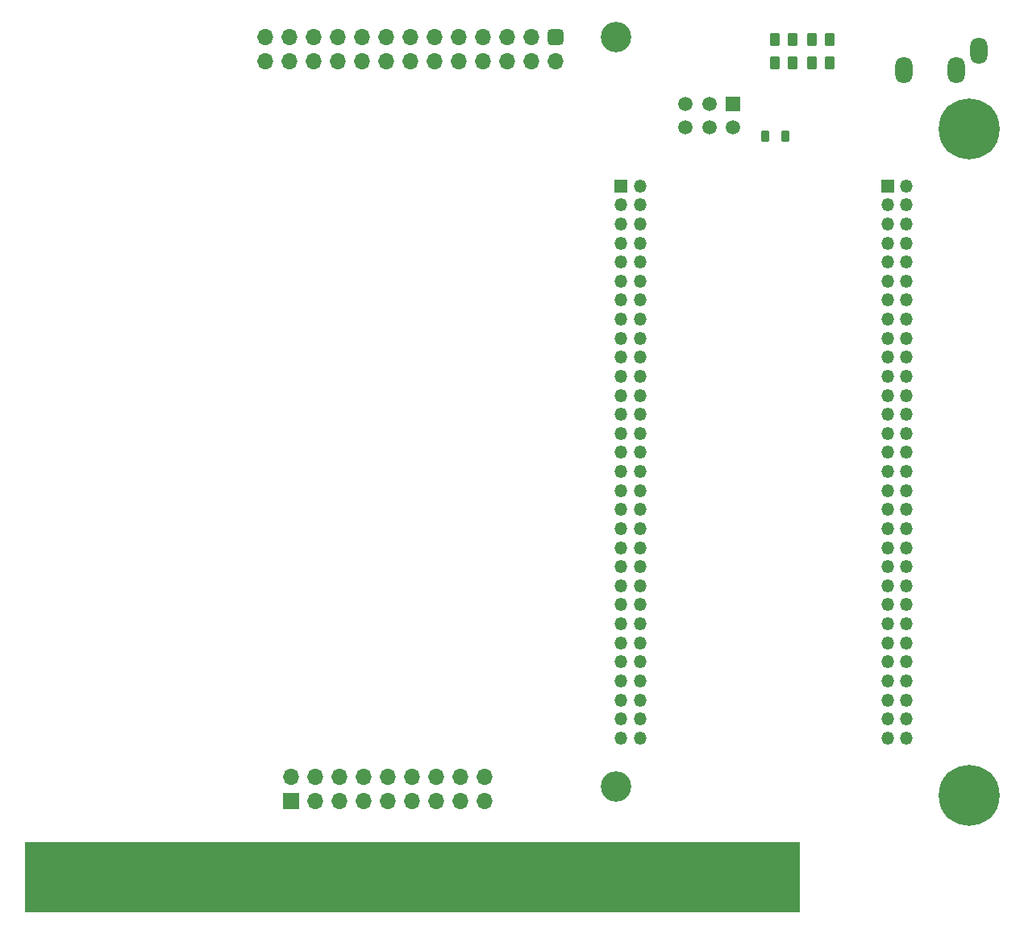
<source format=gbr>
%TF.GenerationSoftware,KiCad,Pcbnew,7.0.5-0*%
%TF.CreationDate,2023-07-02T00:05:15-05:00*%
%TF.ProjectId,ISA adapter,49534120-6164-4617-9074-65722e6b6963,rev?*%
%TF.SameCoordinates,Original*%
%TF.FileFunction,Soldermask,Top*%
%TF.FilePolarity,Negative*%
%FSLAX46Y46*%
G04 Gerber Fmt 4.6, Leading zero omitted, Abs format (unit mm)*
G04 Created by KiCad (PCBNEW 7.0.5-0) date 2023-07-02 00:05:15*
%MOMM*%
%LPD*%
G01*
G04 APERTURE LIST*
G04 Aperture macros list*
%AMRoundRect*
0 Rectangle with rounded corners*
0 $1 Rounding radius*
0 $2 $3 $4 $5 $6 $7 $8 $9 X,Y pos of 4 corners*
0 Add a 4 corners polygon primitive as box body*
4,1,4,$2,$3,$4,$5,$6,$7,$8,$9,$2,$3,0*
0 Add four circle primitives for the rounded corners*
1,1,$1+$1,$2,$3*
1,1,$1+$1,$4,$5*
1,1,$1+$1,$6,$7*
1,1,$1+$1,$8,$9*
0 Add four rect primitives between the rounded corners*
20,1,$1+$1,$2,$3,$4,$5,0*
20,1,$1+$1,$4,$5,$6,$7,0*
20,1,$1+$1,$6,$7,$8,$9,0*
20,1,$1+$1,$8,$9,$2,$3,0*%
G04 Aperture macros list end*
%ADD10C,0.100000*%
%ADD11R,1.524000X6.248400*%
%ADD12RoundRect,0.250000X-0.262500X-0.450000X0.262500X-0.450000X0.262500X0.450000X-0.262500X0.450000X0*%
%ADD13RoundRect,0.218750X0.218750X0.381250X-0.218750X0.381250X-0.218750X-0.381250X0.218750X-0.381250X0*%
%ADD14O,1.800000X2.800000*%
%ADD15C,1.500000*%
%ADD16R,1.500000X1.500000*%
%ADD17C,3.200000*%
%ADD18RoundRect,0.425000X-0.425000X0.425000X-0.425000X-0.425000X0.425000X-0.425000X0.425000X0.425000X0*%
%ADD19O,1.700000X1.700000*%
%ADD20C,6.400000*%
%ADD21R,1.350000X1.350000*%
%ADD22O,1.350000X1.350000*%
%ADD23R,1.700000X1.700000*%
G04 APERTURE END LIST*
D10*
X197802500Y-136207500D02*
X116522500Y-136207500D01*
X116522500Y-128905000D01*
X197802500Y-128905000D01*
X197802500Y-136207500D01*
G36*
X197802500Y-136207500D02*
G01*
X116522500Y-136207500D01*
X116522500Y-128905000D01*
X197802500Y-128905000D01*
X197802500Y-136207500D01*
G37*
D11*
%TO.C,J3*%
X119062500Y-132092700D03*
X121602500Y-132092700D03*
X124142500Y-132092700D03*
X126682500Y-132092700D03*
X129222500Y-132092700D03*
X131762500Y-132092700D03*
X134302500Y-132092700D03*
X136842500Y-132092700D03*
X139382500Y-132092700D03*
X141922500Y-132092700D03*
X144462500Y-132092700D03*
X147002500Y-132092700D03*
X149542500Y-132092700D03*
X152082500Y-132092700D03*
X154622500Y-132092700D03*
X157162500Y-132092700D03*
X159702500Y-132092700D03*
X162242500Y-132092700D03*
X164782500Y-132092700D03*
X167322500Y-132092700D03*
X169862500Y-132092700D03*
X172402500Y-132092700D03*
X174942500Y-132092700D03*
X177482500Y-132092700D03*
X180022500Y-132092700D03*
X182562500Y-132092700D03*
X185102500Y-132092700D03*
X187642500Y-132092700D03*
X190182500Y-132092700D03*
X192722500Y-132092700D03*
X195262500Y-132092700D03*
%TD*%
D12*
%TO.C,R4*%
X199187500Y-47100000D03*
X201012500Y-47100000D03*
%TD*%
%TO.C,R3*%
X199187500Y-44600000D03*
X201012500Y-44600000D03*
%TD*%
%TO.C,R2*%
X195287500Y-44600000D03*
X197112500Y-44600000D03*
%TD*%
%TO.C,R1*%
X195287500Y-47100000D03*
X197112500Y-47100000D03*
%TD*%
D13*
%TO.C,FB1*%
X196362500Y-54800000D03*
X194237500Y-54800000D03*
%TD*%
D14*
%TO.C,J6*%
X208800000Y-47800000D03*
X216700000Y-45800000D03*
X214300000Y-47800000D03*
%TD*%
D15*
%TO.C,RV1*%
X185900000Y-51375000D03*
X188400000Y-51375000D03*
D16*
X190900000Y-51375000D03*
D15*
X185900000Y-53875000D03*
X188400000Y-53875000D03*
X190900000Y-53875000D03*
%TD*%
D17*
%TO.C,J5*%
X178600000Y-44360000D03*
X178600000Y-123100000D03*
D18*
X172250000Y-44360000D03*
D19*
X172250000Y-46900000D03*
X169710000Y-44360000D03*
X169710000Y-46900000D03*
X167170000Y-44360000D03*
X167170000Y-46900000D03*
X164630000Y-44360000D03*
X164630000Y-46900000D03*
X162090000Y-44360000D03*
X162090000Y-46900000D03*
X159550000Y-44360000D03*
X159550000Y-46900000D03*
X157010000Y-44360000D03*
X157010000Y-46900000D03*
X154470000Y-44360000D03*
X154470000Y-46900000D03*
X151930000Y-44360000D03*
X151930000Y-46900000D03*
X149390000Y-44360000D03*
X149390000Y-46900000D03*
X146850000Y-44360000D03*
X146850000Y-46900000D03*
X144310000Y-44360000D03*
X144310000Y-46900000D03*
X141770000Y-44360000D03*
X141770000Y-46900000D03*
%TD*%
D20*
%TO.C,H1*%
X215658700Y-54000000D03*
%TD*%
D21*
%TO.C,J1*%
X179100000Y-60000000D03*
D22*
X181100000Y-60000000D03*
X179100000Y-62000000D03*
X181100000Y-62000000D03*
X179100000Y-64000000D03*
X181100000Y-64000000D03*
X179100000Y-66000000D03*
X181100000Y-66000000D03*
X179100000Y-68000000D03*
X181100000Y-68000000D03*
X179100000Y-70000000D03*
X181100000Y-70000000D03*
X179100000Y-72000000D03*
X181100000Y-72000000D03*
X179100000Y-74000000D03*
X181100000Y-74000000D03*
X179100000Y-76000000D03*
X181100000Y-76000000D03*
X179100000Y-78000000D03*
X181100000Y-78000000D03*
X179100000Y-80000000D03*
X181100000Y-80000000D03*
X179100000Y-82000000D03*
X181100000Y-82000000D03*
X179100000Y-84000000D03*
X181100000Y-84000000D03*
X179100000Y-86000000D03*
X181100000Y-86000000D03*
X179100000Y-88000000D03*
X181100000Y-88000000D03*
X179100000Y-90000000D03*
X181100000Y-90000000D03*
X179100000Y-92000000D03*
X181100000Y-92000000D03*
X179100000Y-94000000D03*
X181100000Y-94000000D03*
X179100000Y-96000000D03*
X181100000Y-96000000D03*
X179100000Y-98000000D03*
X181100000Y-98000000D03*
X179100000Y-100000000D03*
X181100000Y-100000000D03*
X179100000Y-102000000D03*
X181100000Y-102000000D03*
X179100000Y-104000000D03*
X181100000Y-104000000D03*
X179100000Y-106000000D03*
X181100000Y-106000000D03*
X179100000Y-108000000D03*
X181100000Y-108000000D03*
X179100000Y-110000000D03*
X181100000Y-110000000D03*
X179100000Y-112000000D03*
X181100000Y-112000000D03*
X179100000Y-114000000D03*
X181100000Y-114000000D03*
X179100000Y-116000000D03*
X181100000Y-116000000D03*
X179100000Y-118000000D03*
X181100000Y-118000000D03*
%TD*%
D21*
%TO.C,J2*%
X207100000Y-60000000D03*
D22*
X209100000Y-60000000D03*
X207100000Y-62000000D03*
X209100000Y-62000000D03*
X207100000Y-64000000D03*
X209100000Y-64000000D03*
X207100000Y-66000000D03*
X209100000Y-66000000D03*
X207100000Y-68000000D03*
X209100000Y-68000000D03*
X207100000Y-70000000D03*
X209100000Y-70000000D03*
X207100000Y-72000000D03*
X209100000Y-72000000D03*
X207100000Y-74000000D03*
X209100000Y-74000000D03*
X207100000Y-76000000D03*
X209100000Y-76000000D03*
X207100000Y-78000000D03*
X209100000Y-78000000D03*
X207100000Y-80000000D03*
X209100000Y-80000000D03*
X207100000Y-82000000D03*
X209100000Y-82000000D03*
X207100000Y-84000000D03*
X209100000Y-84000000D03*
X207100000Y-86000000D03*
X209100000Y-86000000D03*
X207100000Y-88000000D03*
X209100000Y-88000000D03*
X207100000Y-90000000D03*
X209100000Y-90000000D03*
X207100000Y-92000000D03*
X209100000Y-92000000D03*
X207100000Y-94000000D03*
X209100000Y-94000000D03*
X207100000Y-96000000D03*
X209100000Y-96000000D03*
X207100000Y-98000000D03*
X209100000Y-98000000D03*
X207100000Y-100000000D03*
X209100000Y-100000000D03*
X207100000Y-102000000D03*
X209100000Y-102000000D03*
X207100000Y-104000000D03*
X209100000Y-104000000D03*
X207100000Y-106000000D03*
X209100000Y-106000000D03*
X207100000Y-108000000D03*
X209100000Y-108000000D03*
X207100000Y-110000000D03*
X209100000Y-110000000D03*
X207100000Y-112000000D03*
X209100000Y-112000000D03*
X207100000Y-114000000D03*
X209100000Y-114000000D03*
X207100000Y-116000000D03*
X209100000Y-116000000D03*
X207100000Y-118000000D03*
X209100000Y-118000000D03*
%TD*%
D23*
%TO.C,J4*%
X144450000Y-124600000D03*
D19*
X144450000Y-122060000D03*
X146990000Y-124600000D03*
X146990000Y-122060000D03*
X149530000Y-124600000D03*
X149530000Y-122060000D03*
X152070000Y-124600000D03*
X152070000Y-122060000D03*
X154610000Y-124600000D03*
X154610000Y-122060000D03*
X157150000Y-124600000D03*
X157150000Y-122060000D03*
X159690000Y-124600000D03*
X159690000Y-122060000D03*
X162230000Y-124600000D03*
X162230000Y-122060000D03*
X164770000Y-124600000D03*
X164770000Y-122060000D03*
%TD*%
D20*
%TO.C,H2*%
X215658700Y-124008000D03*
%TD*%
M02*

</source>
